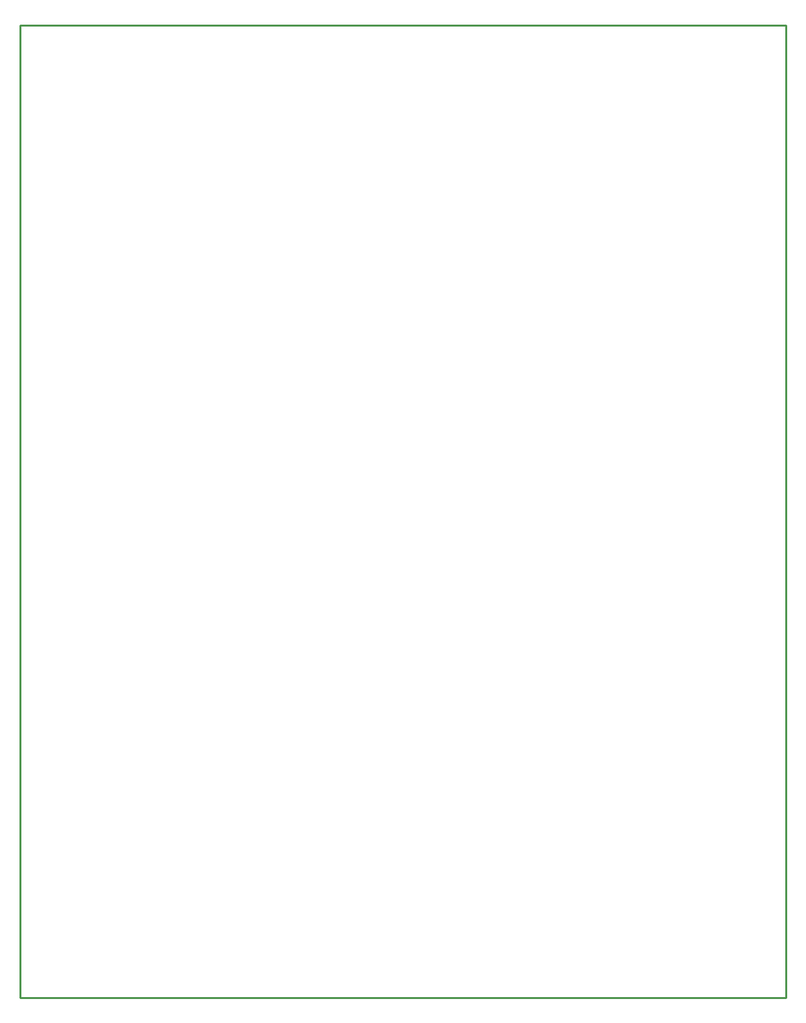
<source format=gm1>
G04*
G04 #@! TF.GenerationSoftware,Altium Limited,Altium Designer,20.0.13 (296)*
G04*
G04 Layer_Color=16711935*
%FSLAX44Y44*%
%MOMM*%
G71*
G01*
G75*
%ADD12C,0.2540*%
D12*
X-500000Y0D02*
Y1270000D01*
X500000D01*
Y0D02*
Y1270000D01*
X-500000Y0D02*
X500000D01*
M02*

</source>
